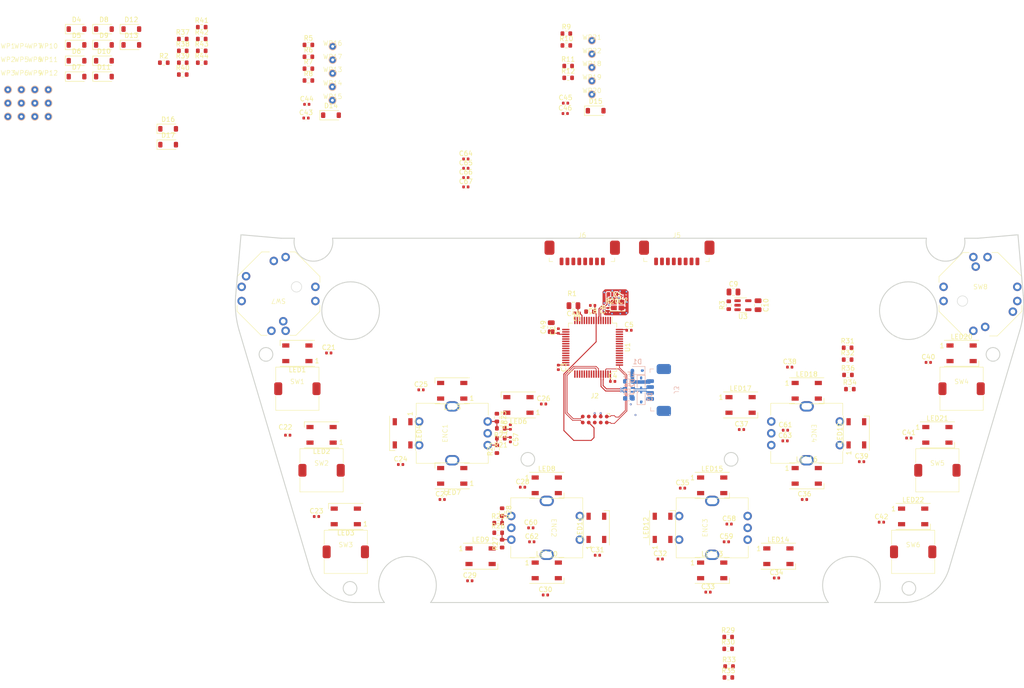
<source format=kicad_pcb>
(kicad_pcb (version 20221018) (generator pcbnew)
  (layers (0 "F.Cu" signal) (1 "In1.Cu" signal) (2 "In2.Cu" signal) (31 "B.Cu" signal) (34 "B.Paste" user) (35 "F.Paste" user) (36 "B.SilkS" user "B.Silkscreen") (37 "F.SilkS" user "F.Silkscreen") (38 "B.Mask" user) (39 "F.Mask" user) (44 "Edge.Cuts" user))
  (net 0 "")
  (net 1 "~")
  (net 2 "Net-(U1-PF0)")
  (net 3 "Net-(U1-PF1)")
  (net 4 "/~{nRST}")
  (net 5 "/EN1_B")
  (net 6 "/EN1_A")
  (net 7 "/EN2_B")
  (net 8 "/EN2_A")
  (net 9 "Net-(D1-A1)")
  (net 10 "Net-(D1-A2)")
  (net 11 "/D+")
  (net 12 "/D-")
  (net 13 "Net-(D4-K)")
  (net 14 "/ROW1")
  (net 15 "Net-(D5-K)")
  (net 16 "/ROW2")
  (net 17 "Net-(D6-K)")
  (net 18 "/ROW3")
  (net 19 "Net-(D7-K)")
  (net 20 "/ROW4")
  (net 21 "Net-(D8-K)")
  (net 22 "/ROW5")
  (net 23 "Net-(D9-K)")
  (net 24 "Net-(D10-K)")
  (net 25 "Net-(D11-K)")
  (net 26 "Net-(D12-K)")
  (net 27 "Net-(D13-K)")
  (net 28 "Net-(D14-K)")
  (net 29 "/ROW6")
  (net 30 "Net-(D15-K)")
  (net 31 "/SWDIO")
  (net 32 "/DBG_RX")
  (net 33 "/DBG_TX")
  (net 34 "/SWCLK")
  (net 35 "Net-(C7-Pad2)")
  (net 36 "/EN5_B")
  (net 37 "/EN5_A")
  (net 38 "/EN7_B")
  (net 39 "/EN7_A")
  (net 40 "/EN6_B")
  (net 41 "/EN3_A")
  (net 42 "/EN3_B")
  (net 43 "/EN4_A")
  (net 44 "/EN4_B")
  (net 45 "/LED_DOUT")
  (net 46 "Net-(LED1-DOUT)")
  (net 47 "/LED_DIN")
  (net 48 "Net-(LED2-DOUT)")
  (net 49 "Net-(LED3-DOUT)")
  (net 50 "Net-(LED4-DOUT)")
  (net 51 "Net-(LED5-DOUT)")
  (net 52 "Net-(LED6-DOUT)")
  (net 53 "Net-(LED7-DOUT)")
  (net 54 "Net-(LED8-DOUT)")
  (net 55 "Net-(LED10-DIN)")
  (net 56 "Net-(LED10-DOUT)")
  (net 57 "Net-(LED11-DOUT)")
  (net 58 "Net-(LED12-DOUT)")
  (net 59 "Net-(LED13-DOUT)")
  (net 60 "Net-(LED14-DOUT)")
  (net 61 "Net-(LED15-DOUT)")
  (net 62 "Net-(LED16-DOUT)")
  (net 63 "Net-(LED17-DOUT)")
  (net 64 "Net-(LED18-DOUT)")
  (net 65 "Net-(LED19-DOUT)")
  (net 66 "Net-(LED20-DOUT)")
  (net 67 "Net-(LED21-DOUT)")
  (net 68 "/BOOT")
  (net 69 "Net-(U3-EN)")
  (net 70 "Net-(R5-Pad2)")
  (net 71 "Net-(R6-Pad2)")
  (net 72 "Net-(R12-Pad2)")
  (net 73 "Net-(R10-Pad2)")
  (net 74 "/COL1")
  (net 75 "/COL2")
  (net 76 "/COL3")
  (net 77 "/COL4")
  (net 78 "/EN8_B")
  (net 79 "/EN6_A")
  (net 81 "/EN8_A")
  (net 82 "/NAV1_ENC_B")
  (net 84 "/NAV1_ENC_A")
  (net 85 "/NAV2_ENC_B")
  (net 89 "/SHIFT_DN")
  (net 90 "/SHIFT_UP")
  (net 91 "/CLUTCH_L")
  (net 92 "/CLUTCH_R")
  (net 93 "/NAV2_ENC_A")
  (net 94 "/USB_MCU_D-")
  (net 95 "/USB_MCU_D+")
  (net 96 "Net-(D16-K)")
  (net 97 "Net-(D17-K)")
  (net 98 "/ROW7")
  (net 100 "Net-(ENC1-A)")
  (net 101 "Net-(ENC1-B)")
  (net 102 "Net-(ENC2-A)")
  (net 103 "Net-(ENC2-B)")
  (net 104 "Net-(ENC3-A)")
  (net 105 "Net-(ENC3-B)")
  (net 106 "Net-(ENC4-A)")
  (net 107 "Net-(ENC4-B)")
  (net 108 "Net-(SW7-ENC_A)")
  (net 109 "Net-(SW7-ENC_B)")
  (net 110 "Net-(SW8-ENC_A)")
  (net 111 "Net-(SW8-ENC_B)")
  (net 116 "/+5V")
  (net 117 "/LEDs/+5V")
  (net 118 "/LEDs/+3.3V")
  (net 119 "/+3.3V")
  (footprint "Capacitor_SMD:C_0402_1005Metric" (layer "F.Cu") (at 102.600029 93.200009)
    (fp_text reference "C25")
    (fp_text value "100nF-CER-25V-0402")
  )
  (footprint "Capacitor_SMD:C_0402_1005Metric" (layer "F.Cu") (at 183.720029 116.400009)
    (fp_text reference "C36")
    (fp_text value "100nF-CER-25V-0402")
  )
  (footprint "Resistor_SMD:R_0603_1608Metric" (layer "F.Cu") (at 52.195029 23.991509)
    (fp_text reference "R39")
    (fp_text value "10kR-SMD-100mW-0603")
  )
  (footprint "Resistor_SMD:R_0603_1608Metric" (layer "F.Cu") (at 167.770029 151.720009)
    (fp_text reference "R33")
    (fp_text value "10kR-SMD-100mW-0603")
  )
  (footprint "Resistor_SMD:R_0603_1608Metric" (layer "F.Cu") (at 52.195029 18.971509)
    (fp_text reference "R37")
    (fp_text value "10kR-SMD-100mW-0603")
  )
  (footprint "LED_SMD:LED_WS2812B_PLCC4_5.0x5.0mm_P3.2mm" (layer "F.Cu") (at 153.7 122.4 90)
    (fp_text reference "LED12")
    (fp_text value "WS2812B")
  )
  (footprint "LED_SMD:LED_WS2812B_PLCC4_5.0x5.0mm_P3.2mm" (layer "F.Cu") (at 184.2 93.4)
    (fp_text reference "LED18")
    (fp_text value "WS2812B")
  )
  (footprint "Resistor_SMD:R_0603_1608Metric" (layer "F.Cu") (at 119.475029 101.350009 180)
    (fp_text reference "R22")
    (fp_text value "10kR-SMD-100mW-0603")
  )
  (footprint "Capacitor_SMD:C_0402_1005Metric" (layer "F.Cu") (at 153.200029 129.000009)
    (fp_text reference "C32")
    (fp_text value "100nF-CER-25V-0402")
  )
  (footprint "SWITCH-THT-FUNKY:RKJXT1F42001" (layer "F.Cu") (at 72.451403 72.913897 180)
    (fp_text reference "SW7")
    (fp_text value "~")
    (fp_circle (center -3.8 1.5) (end -2.7 1.5) (stroke (width 0.1)) (fill none) (layer "Edge.Cuts"))
  )
  (footprint "SWITCH-THT-ENC:PEC11H-4015F-S0016" (layer "F.Cu") (at 164.200029 122.400009 90)
    (fp_text reference "ENC3")
    (fp_text value "PEC11H-4015F-S0016")
  )
  (footprint "WIRE-POINT:WP 24AWG" (layer "F.Cu") (at 138.750029 25.000009)
    (fp_text reference "WP20")
    (fp_text value "~")
  )
  (footprint "Diode_SMD:D_SOD-123" (layer "F.Cu") (at 29.720029 16.881509)
    (fp_text reference "D4")
    (fp_text value "BAT43W-TP")
  )
  (footprint "Capacitor_SMD:C_0402_1005Metric" (layer "F.Cu") (at 78.430029 32.800009)
    (fp_text reference "C44")
    (fp_text value "100nF-CER-25V-0402")
  )
  (footprint "Resistor_SMD:R_0603_1608Metric" (layer "F.Cu") (at 133.725029 27.200009)
    (fp_text reference "R12")
    (fp_text value "10kR-SMD-100mW-0603")
  )
  (footprint "CONN-SMD-RECT:0532610871 8POS P1.25" (layer "F.Cu") (at 136.7 63.133439)
    (fp_text reference "J6")
    (fp_text value "0532610871")
  )
  (footprint "LED_SMD:LED_WS2812B_PLCC4_5.0x5.0mm_P3.2mm" (layer "F.Cu") (at 76.437816 85.467802 180)
    (fp_text reference "LED1")
    (fp_text value "WS2812B")
  )
  (footprint "Diode_SMD:D_SOD-123" (layer "F.Cu") (at 83.550029 35.100009)
    (fp_text reference "D14")
    (fp_text value "BAT43W-TP")
  )
  (footprint "WIRE-POINT:WP 24AWG" (layer "F.Cu") (at 138.750029 27.850009)
    (fp_text reference "WP21")
    (fp_text value "~")
  )
  (footprint "Resistor_SMD:R_0603_1608Metric" (layer "F.Cu") (at 56.205029 16.461509)
    (fp_text reference "R41")
    (fp_text value "10kR-SMD-100mW-0603")
  )
  (footprint "LED_SMD:LED_WS2812B_PLCC4_5.0x5.0mm_P3.2mm" (layer "F.Cu") (at 164.2 113.4)
    (fp_text reference "LED15")
    (fp_text value "WS2812B")
  )
  (footprint "LED_SMD:LED_WS2812B_PLCC4_5.0x5.0mm_P3.2mm" (layer "F.Cu") (at 178.2 128.4)
    (fp_text reference "LED14")
    (fp_text value "WS2812B")
  )
  (footprint "Capacitor_SMD:C_0402_1005Metric" (layer "F.Cu") (at 138.900029 75.350009 180)
    (fp_text reference "C8")
    (fp_text value "100nF-CER-25V-0402")
  )
  (footprint "WIRE-POINT:WP 24AWG" (layer "F.Cu") (at 20.900029 29.700009)
    (fp_text reference "WP7")
    (fp_text value "~")
  )
  (footprint "SWITCH-THT-ENC:PEC11H-4015F-S0016" (layer "F.Cu") (at 109.199971 102.400009 90)
    (fp_text reference "ENC1")
    (fp_text value "PEC11H-4015F-S0016")
  )
  (footprint "Capacitor_SMD:C_0402_1005Metric" (layer "F.Cu") (at 209.920029 87.400009)
    (fp_text reference "C40")
    (fp_text value "100nF-CER-25V-0402")
  )
  (footprint "Resistor_SMD:R_0603_1608Metric" (layer "F.Cu") (at 48.185029 23.991509)
    (fp_text reference "R2")
    (fp_text value "10kR-SMD-100mW-0603")
  )
  (footprint "Diode_SMD:D_SOD-123" (layer "F.Cu") (at 29.720029 26.931509)
    (fp_text reference "D7")
    (fp_text value "BAT43W-TP")
  )
  (footprint "LED_SMD:LED_WS2812B_PLCC4_5.0x5.0mm_P3.2mm" (layer "F.Cu") (at 98.7 102.4 -90)
    (fp_text reference "LED4")
    (fp_text value "WS2812B")
  )
  (footprint "Capacitor_SMD:C_0402_1005Metric" (layer "F.Cu") (at 180.600029 88.400009)
    (fp_text reference "C38")
    (fp_text value "100nF-CER-25V-0402")
  )
  (footprint "Capacitor_SMD:C_0402_1005Metric" (layer "F.Cu") (at 78.270029 35.700009)
    (fp_text reference "C43")
    (fp_text value "100nF-CER-25V-0402")
  )
  (footprint "Capacitor_SMD:C_0402_1005Metric" (layer "F.Cu") (at 167.780029 121.600009)
    (fp_text reference "C58")
    (fp_text value "100nF-CER-25V-0402")
  )
  (footprint "Package_TO_SOT_SMD:SOT-23-5" (layer "F.Cu") (at 170.700029 75.300009)
    (fp_text reference "U3")
    (fp_text value "AP2112K-3.3")
  )
  (footprint "WIRE-POINT:WP 24AWG" (layer "F.Cu") (at 138.750029 30.700009)
    (fp_text reference "WP22")
    (fp_text value "~")
  )
  (footprint "Diode_SMD:D_SOD-123" (layer "F.Cu") (at 35.515029 16.881509)
    (fp_text reference "D8")
    (fp_text value "BAT43W-TP")
  )
  (footprint "Capacitor_SMD:C_0402_1005Metric" (layer "F.Cu") (at 112.080029 44.360009)
    (fp_text reference "C64")
    (fp_text value "100nF-CER-25V-0402")
  )
  (footprint "Capacitor_SMD:C_0201_0603Metric" (layer "F.Cu") (at 142.157529 76.205009 90)
    (fp_text reference "C6")
    (fp_text value "~")
  )
  (footprint "Capacitor_SMD:C_0402_1005Metric" (layer "F.Cu") (at 121.500029 103.730009 -90)
    (fp_text reference "C57")
    (fp_text value "100nF-CER-25V-0402")
  )
  (footprint "Capacitor_SMD:C_0402_1005Metric" (layer "F.Cu") (at 167.200029 125.350009)
    (fp_text reference "C59")
    (fp_text value "100nF-CER-25V-0402")
  )
  (footprint "Resistor_SMD:R_0603_1608Metric" (layer "F.Cu") (at 143.057529 73.005009 180)
    (fp_text reference "R20")
    (fp_text value "r=663")
  )
  (footprint "SWITCH-SMD-TACTILE:SKSTAJE010" (layer "F.Cu") (at 76.437816 92.967802)
    (fp_text reference "SW1")
    (fp_text value "SKSTAJE010")
  )
  (footprint "WIRE-POINT:WP 24AWG" (layer "F.Cu") (at 18.050029 35.400009)
    (fp_text reference "WP6")
    (fp_text value "~")
  )
  (footprint "Capacitor_SMD:C_0402_1005Metric" (layer "F.Cu") (at 135.650029 76.950009 180)
    (fp_text reference "C1")
    (fp_text value "100nF-CER-25V-0402")
  )
  (footprint "Resistor_SMD:R_0603_1608Metric" (layer "F.Cu") (at 118.650029 99.075009 -90)
    (fp_text reference "R23")
    (fp_text value "10kR-SMD-100mW-0603")
  )
  (footprint "Capacitor_SMD:C_0402_1005Metric" (layer "F.Cu") (at 205.800029 103.400009)
    (fp_text reference "C41")
    (fp_text value "100nF-CER-25V-0402")
  )
  (footprint "LED_SMD:LED_WS2812B_PLCC4_5.0x5.0mm_P3.2mm" (layer "F.Cu") (at 139.7 122.4 90)
    (fp_text reference "LED11")
    (fp_text value "WS2812B")
  )
  (footprint "SWITCH-SMD-TACTILE:SKSTAJE010" (layer "F.Cu") (at 206.716889 127.479162)
    (fp_text reference "SW6")
    (fp_text value "SKSTAJE010")
  )
  (footprint "Resistor_SMD:R_0603_1608Metric" (layer "F.Cu") (at 118.9256 123.439639)
    (fp_text reference "R26")
    (fp_text value "10kR-SMD-100mW-0603")
  )
  (footprint "Resistor_SMD:R_0603_1608Metric" (layer "F.Cu") (at 119.7506 119.084039 -90)
    (fp_text reference "R28")
    (fp_text value "10kR-SMD-100mW-0603")
  )
  (footprint "Capacitor_SMD:C_0402_1005Metric" (layer "F.Cu") (at 133.110029 34.750009)
    (fp_text reference "C46")
    (fp_text value "100nF-CER-25V-0402")
  )
  (footprint "Capacitor_SMD:C_0402_1005Metric" (layer "F.Cu") (at 112.080029 46.330009)
    (fp_text reference "C65")
    (fp_text value "100nF-CER-25V-0402")
  )
  (footprint "Capacitor_SMD:C_0402_1005Metric" (layer "F.Cu") (at 195.800029 108.400009)
    (fp_text reference "C39")
    (fp_text value "100nF-CER-25V-0402")
  )
  (footprint "WIRE-POINT:WP 24AWG" (layer "F.Cu") (at 23.750029 35.400009)
    (fp_text reference "WP12")
    (fp_text value "~")
  )
  (footprint "WIRE-POINT:WP 24AWG" (layer "F.Cu") (at 20.900029 35.400009)
    (fp_text reference "WP9")
    (fp_text value "~")
  )
  (footprint "Resistor_SMD:R_0603_1608Metric" (layer "F.Cu") (at 56.205029 18.971509)
    (fp_text reference "R42")
    (fp_text value "10kR-SMD-100mW-0603")
  )
  (footprint "Diode_SMD:D_SOD-123" (layer "F.Cu") (at 35.515029 23.581509)
    (fp_text reference "D10")
    (fp_text value "BAT43W-TP")
  )
  (footprint "Resistor_SMD:R_0603_1608Metric" (layer "F.Cu") (at 133.345029 17.830009)
    (fp_text reference "R9")
    (fp_text value "10kR-SMD-100mW-0603")
  )
  (footprint "Capacitor_SMD:C_0402_1005Metric" (layer "F.Cu") (at 125.830029 122.400009)
    (fp_text reference "C60")
    (fp_text value "100nF-CER-25V-0402")
  )
  (footprint "CONN-SMD-RECT:0532610871 8POS P1.25" (layer "F.Cu") (at 156.7 63.133439)
    (fp_text reference "J5")
    (fp_text value "0532610871")
  )
  (footprint "Resistor_SMD:R_0603_1608Metric" (layer "F.Cu") (at 133.345029 20.340009)
    (fp_text reference "R10")
    (fp_text value "10kR-SMD-100mW-0603")
  )
  (footprint "LED_SMD:LED_WS2812B_PLCC4_5.0x5.0mm_P3.2mm" (layer "F.Cu") (at 129.2 131.4)
    (fp_text reference "LED10")
    (fp_text value "WS2812B")
  )
  (footprint "Capacitor_SMD:C_0805_2012Metric" (layer "F.Cu") (at 130.150029 79.950009 90)
    (fp_text reference "C49")
    (fp_text value "c=1u")
  )
  (footprint "Resistor_SMD:R_0603_1608Metric" (layer "F.Cu") (at 119.475029 103.450009 180)
    (fp_text reference "R21")
    (fp_text value "10kR-SMD-100mW-0603")
  )
  (footprint "LED_SMD:LED_WS2812B_PLCC4_5.0x5.0mm_P3.2mm" (layer "F.Cu") (at 86.683111 119.979162 180)
    (fp_text reference "LED3")
    (fp_text value "WS2812B")
  )
  (footprint "Capacitor_SMD:C_0402_1005Metric" (layer "F.Cu") (at 139.920029 128.200009)
    (fp_text reference "C31")
    (fp_text value "100nF-CER-25V-0402")
  )
  (footprint "Resistor_SMD:R_0603_1608Metric" (layer "F.Cu") (at 133.725029 24.690009)
    (fp_text reference "R11")
    (fp_text value "10kR-SMD-100mW-0603")
  )
  (footprint "LED_SMD:LED_WS2812B_PLCC4_5.0x5.0mm_P3.2mm" (layer "F.Cu") (at 164.2 131.4)
    (fp_text reference "LED13")
    (fp_text value "WS2812B")
  )
  (footprint "WIRE-POINT:WP 24AWG" (layer "F.Cu") (at 23.750029 29.700009)
    (fp_text reference "WP10")
    (fp_text value "~")
  )
  (footprint "Resistor_SMD:R_0603_1608Metric" (layer "F.Cu") (at 167.575029 148.000009)
    (fp_text reference "R30")
    (fp_text value "10kR-SMD-100mW-0603")
  )
  (footprint "Resistor_SMD:R_0603_1608Metric" (layer "F.Cu") (at 192.850029 86.810009)
    (fp_text reference "R32")
    (fp_text value "10kR-SMD-100mW-0603")
  )
  (footprint "Package_QFP:LQFP-64_10x10mm_P0.5mm" (layer "F.Cu") (at 138.900029 84.200009 -90)
    (fp_text reference "U1")
    (fp_text value "STM32F303RETx")
  )
  (footprint "Capacitor_SMD:C_0402_1005Metric" (layer "F.Cu") (at 177.800029 133.000009)
    (fp_text reference "C34")
    (fp_text value "100nF-CER-25V-0402")
  )
  (footprint "LED_SMD:LED_WS2812B_PLCC4_5.0x5.0mm_P3.2mm" (layer "F.Cu") (at 115.2 128.4)
    (fp_text reference "LED9")
    (fp_text value "WS2812B")
  )
  (footprint "Resistor_SMD:R_0603_1608Metric" (layer "F.Cu") (at 78.775029 20.230009)
    (fp_text reference "R5")
    (fp_text value "10kR-SMD-100mW-0603")
  )
  (footprint "WIRE-POINT:WP 24AWG" (layer "F.Cu") (at 83.850029 29.100009)
    (fp_text reference "WP16")
    (fp_text value "~")
  )
  (footprint "Resistor_SMD:R_0603_1608Metric" (layer "F.Cu") (at 167.575029 145.490009)
    (fp_text reference "R29")
    (fp_text value "10kR-SMD-100mW-0603")
  )
  (footprint "Capacitor_SMD:C_0402_1005Metric" (layer "F.Cu") (at 98.280029 109.000009)
    (fp_text reference "C24")
    (fp_text value "100nF-CER-25V-0402")
  )
  (footprint "SWITCH-SMD-TACTILE:SKSTAJE010" (layer "F.Cu") (at 211.839537 110.223482)
    (fp_text reference "SW5")
    (fp_text value "SKSTAJE010")
  )
  (footprint "Capacitor_SMD:C_0402_1005Metric" (layer "F.Cu") (at 170.400029 101.600009)
    (fp_text reference "C37")
    (fp_text value "100nF-CER-25V-0402")
  )
  (footprint "Resistor_SMD:R_0603_1608Metric" (layer "F.Cu") (at 118.9256 121.382239)
    (fp_text reference "R25")
    (fp_text value "10kR-SMD-100mW-0603")
  )
  (footprint "LED_SMD:LED_WS2812B_PLCC4_5.0x5.0mm_P3.2mm" (layer "F.Cu") (at 170.2 96.4)
    (fp_text reference "LED17")
    (fp_text value "WS2812B")
  )
  (footprint "Connector:Tag-Connect_TC2050-IDC-FP_2x05_P1.27mm_Vertical" (layer "F.Cu") (at 139.350029 99.485009 180)
    (fp_text reference "J2")
    (fp_text value "TC2050")
  )
  (footprint "LED_SMD:LED_WS2812B_PLCC4_5.0x5.0mm_P3.2mm" (layer "F.Cu") (at 211.839537 102.723482)
    (fp_text reference "LED21")
    (fp_text value "WS2812B")
  )
  (footprint "Diode_SMD:D_SOD-123" (layer "F.Cu") (at 41.310029 16.881509)
    (fp_text reference "D12")
    (fp_text value "BAT43W-TP")
  )
  (footprint "LED_SMD:LED_WS2812B_PLCC4_5.0x5.0mm_P3.2mm" (layer "F.Cu") (at 206.716889 119.979162)
    (fp_text reference "LED22")
    (fp_text value "WS2812B")
  )
  (footprint "WIRE-POINT:WP 24AWG" (layer "F.Cu") (at 83.900029 23.400009)
    (fp_text reference "WP14")
    (fp_text value "~")
  )
  (footprint "Resistor_SMD:R_0603_1608Metric" (layer "F.Cu") (at 138.350029 76.650009)
    (fp_text reference "R1")
    (fp_text value "100kR-SMD-100mW-0603")
  )
  (footprint "SWITCH-THT-ENC:PEC11H-4015F-S0016" (layer "F.Cu") (at 129.199971 122.400009 -90)
    (fp_text reference "ENC2")
    (fp_text value "PEC11H-4015F-S0016")
  )
  (footprint "Capacitor_SMD:C_0402_1005Metric" (layer "F.Cu") (at 179.620029 104.000009)
    (fp_text reference "C63")
    (fp_text value "100nF-CER-25V-0402")
  )
  (footprint "Diode_SMD:D_SOD-123" (layer "F.Cu") (at 49.100029 37.981509)
    (fp_text reference "D16")
    (fp_text value "BAT43W-TP")
  )
  (footprint "Diode_SMD:D_SOD-123" (layer "F.Cu") (at 35.515029 20.231509)
    (fp_text reference "D9")
    (fp_text value "BAT43W-TP")
  )
  (footprint "Diode_SMD:D_SOD-123" (layer "F.Cu") (at 29.720029 20.231509)
    (fp_text reference "D5")
    (fp_text value "BAT43W-TP")
  )
  (footprint "Capacitor_SMD:C_0402_1005Metric" (layer "F.Cu") (at 128.520029 96.200009)
    (fp_text reference "C26")
    (fp_text value "100nF-CER-25V-0402")
  )
  (footprint "SWITCH-THT-FUNKY:RKJXT1F42001" (layer "F.Cu") (at 220.948597 72.913897)
    (fp_text reference "SW8")
    (fp_text value "~")
    (fp_circle (center -3.8 1.5) (end -2.7 1.5) (stroke (width 0.1)) (fill none) (layer "Edge.Cuts"))
  )
  (footprint "SWITCH-SMD-TACTILE:SKSTAJE010" (layer "F.Cu") (at 216.962184 92.967802)
    (fp_text reference "SW4")
    (fp_text value "SKSTAJE010")
  )
  (footprint "Capacitor_SMD:C_0402_1005Metric" (layer "F.Cu") (at 128.920029 136.600009)
    (fp_text reference "C30")
    (fp_text value "100nF-CER-25V-0402")
  )
  (footprint "Resistor_SMD:R_0603_1608Metric" (layer "F.Cu") (at 192.925029 90.050009)
    (fp_text reference "R36")
    (fp_text value "10kR-SMD-100mW-0603")
  )
  (footprint "Capacitor_SMD:C_0402_1005Metric" (layer "F.Cu") (at 163.320029 136.000009)
    (fp_text reference "C33")
    (fp_text value "100nF-CER-25V-0402")
  )
  (footprint "Capacitor_SMD:C_0805_2012Metric" (layer "F.Cu") (at 168.700029 72.500009)
    (fp_text reference "C9")
    (fp_text value "10uF-CER-25V-0805")
  )
  (footprint "LED_SMD:LED_WS2812B_PLCC4_5.0x5.0mm_P3.2mm" (layer "F.Cu") (at 81.560463 102.723482 180)
    (fp_text reference "LED2")
    (fp_text value "WS2812B")
  )
  (footprint "Resistor_SMD:R_0603_1608Metric" (layer "F.Cu") (at 78.775029 27.760009)
    (fp_text reference "R8")
    (fp_text value "10kR-SMD-100mW-0603")
  )
  (footprint "Resistor_SMD:R_0603_1608Metric" (layer "F.Cu") (at 56.205029 21.481509)
    (fp_text reference "R43")
    (fp_text value "10kR-SMD-100mW-0603")
  )
  (footprint "Diode_SMD:D_SOD-123" (layer "F.Cu") (at 29.720029 23.581509)
    (fp_text reference "D6")
    (fp_text value "BAT43W-TP")
  )
  (footprint "WIRE-POINT:WP 24AWG" (layer "F.Cu") (at 23.750029 32.550009)
    (fp_text reference "WP11")
    (fp_text value "~")
  )
  (footprint "Diode_SMD:D_SOD-123" (layer "F.Cu") (at 35.515029 26.931509)
    (fp_text reference "D11")
    (fp_text value "BAT43W-TP")
  )
  (footprint "LED_SMD:LED_WS2812B_PLCC4_5.0x5.0mm_P3.2mm" (layer "F.Cu") (at 109.2 93.4 180)
    (fp_text reference "LED5")
    (fp_text value "WS2812B")
  )
  (footprint "Capacitor_SMD:C_0402_1005Metric" (layer "F.Cu") (at 112.920029 133.600009)
    (fp_text reference "C29")
    (fp_text value "100nF-CER-25V-0402")
  )
  (footprint "Resistor_SMD:R_0603_1608Metric" (layer "F.Cu") (at 167.625029 154.050009)
    (fp_text reference "R35")
    (fp_text value "10kR-SMD-100mW-0603")
  )
  (footprint "Capacitor_SMD:C_0402_1005Metric" (layer "F.Cu") (at 133.170029 32.550009)
    (fp_text reference "C45")
    (fp_text value "100nF-CER-25V-0402")
  )
  (footprint "Diode_SMD:D_SOD-123" (layer "F.Cu") (at 41.310029 20.231509)
    (fp_text reference "D13")
    (fp_text value "BAT43W-TP")
  )
  (footprint "Capacitor_SMD:C_0402_1005Metric" (layer "F.Cu") (at 179.690029 101.750009)
    (fp_text reference "C61")
    (fp_text value "100nF-CER-25V-0402")
  )
  (footprint "Capacitor_SMD:C_0402_1005Metric" (layer "F.Cu") (at 112.080029 48.300009)
    (fp_text reference "C66")
    (fp_text value "100nF-CER-25V-0402")
  )
  (footprint "Capacitor_SMD:C_0402_1005Metric" (layer "F.Cu") (at 121.500029 101.070009 90)
    (fp_text reference "C56")
    (fp_text value "100nF-CER-25V-0402")
  )
  (footprint "Capacitor_SMD:C_0402_1005Metric" (layer "F.Cu") (at 112.080029 50.270009)
    (fp_text reference "C67")
    (fp_text value "100nF-CER-25V-0402")
  )
  (footprint "WIRE-POINT:WP 24AWG" (layer "F.Cu") (at 138.750029 22.150009)
    (fp_text reference "WP19")
    (fp_text value "~")
  )
  (footprint "Capacitor_SMD:C_0402_1005Metric" (layer "F.Cu") (at 131.650029 88.450009 -90)
    (fp_text reference "C3")
    (fp_text value "100nF-CER-25V-0402")
  )
  (footprint "WIRE-POINT:WP 24AWG" (layer "F.Cu") (at 138.750029 19.300009)
    (fp_text reference "WP18")
    (fp_text value "~")
  )
  (footprint "Resistor_SMD:R_0603_1608Metric" (layer "F.Cu") (at 118.650029 105.750009 90)
    (fp_text reference "R24")
    (fp_text value "10kR-SMD-100mW-0603")
  )
  (footprint "Capacitor_SMD:C_0402_1005Metric" (layer "F.Cu") (at 80.480029 120.000009)
    (fp_text reference "C23")
    (fp_text value "100nF-CER-25V-0402")
  )
  (footprint "SWITCH-SMD-TACTILE:SKSTAJE010" (layer "F.Cu") (at 81.560463 110.223482)
    (fp_text reference "SW2")
    (fp_text value "SKSTAJE010")
  )
  (footprint "Resistor_SMD:R_0603_1608Metric" (layer "F.Cu") (at 78.775029 22.740009)
    (fp_text reference "R6")
    (fp_text value "10kR-SMD-100mW-0603")
  )
  (footprint "Capacitor_SMD:C_0402_1005Metric" (layer "F.Cu") (at 131.650029 80.750009 90)
    (fp_text reference "C2")
    (fp_text value "100nF-CER-25V-0402")
  )
  (footprint "Capacitor_SMD:C_0402_1005Metric" (layer "F.Cu") (at 143.1414 91.420009)
    (fp_text reference "C4")
    (fp_text value "100nF-CER-25V-0402")
  )
  (footprint "LED_SMD:LED_WS2812B_PLCC4_5.0x5.0mm_P3.2mm" (layer "F.Cu") (at 109.2 111.4 180)
    (fp_text reference "LED7")
    (fp_text value "WS2812B")
  )
  (footprint "Diode_SMD:D_SOD-123" (layer "F.Cu") (at 49.100029 41.331509)
    (fp_text reference "D17")
    (fp_text value "BAT43W-TP")
  )
  (footprint "WIRE-POINT:WP 24AWG" (layer "F.Cu") (at 18.050029 29.700009)
    (fp_text reference "WP4")
    (fp_text value "~")
  )
  (footprint "Capacitor_SMD:C_0201_0603Metric" (layer "F.Cu") (at 145.352529 73.405009 180)
    (fp_text reference "C7")
    (fp_text value "~")
  )
  (footprint "LED_SMD:LED_WS2812B_PLCC4_5.0x5.0mm_P3.2mm" (layer "F.Cu") (at 184.2 111.4)
    (fp_text reference "LED16")
    (fp_text value "WS2812B")
  )
  (footprint "Capacitor_SMD:C_0402_1005Metric" (layer "F.Cu") (at 74.400029 102.800009)
    (fp_text reference "C22")
    (fp_text value "100nF-CER-25V-0402")
  )
  (footprint "Capacitor_SMD:C_0402_1005Metric" (layer "F.Cu") (at 83.080029 85.400009)
    (fp_text reference "C21")
    (fp_text value "100nF-CER-25V-0402")
  )
  (footprint "WIRE-POINT:WP 24AWG" (layer "F.Cu") (at 83.850029 31.950009)
    (fp_text reference "WP17")
    (fp_text value "~")
  )
  (footprint "Capacitor_SMD:C_0805_2012Metric" (layer "F.Cu") (at 134.850029 75.400009 180)
    (fp_text reference "C48")
    (fp_text value "c=1u")
  )
  (footprint "WIRE-POINT:WP 24AWG" (layer "F.Cu") (at 18.050029 32.550009)
    (fp_text reference "WP5")
    (fp_text value "~")
  )
  (footprint "Capacitor_SMD:C_0402_1005Metric" (layer "F.Cu") (at 126.030029 125.350009)
    (fp_text reference "C62")
    (fp_text value "100nF-CER-25V-0402")
  )
  (footprint "Capacitor_SMD:C_0402_1005Metric" (layer "F.Cu") (at 200.000029 121.200009)
    (fp_text reference "C42")
    (fp_text value "100nF-CER-25V-0402")
  )
  (footprint "Capacitor_SMD:C_0805_2012Metric" (layer "F.Cu") (at 173.900029 75.300009 -90)
    (fp_text reference "C10")
    (fp_text value "10uF-CER-25V-0805")
  )
  (footprint "LED_SMD:LED_WS2812B_PLCC4_5.0x5.0mm_P3.2mm" (layer "F.Cu") (at 129.2 113.4)
    (fp_text reference "LED8")
    (fp_text value "WS2812B")
  )
  (footprint "Resistor_SMD:R_0603_1608Metric" (layer "F.Cu") (at 52.195029 26.501509)
    (fp_text reference "R40")
    (fp_text value "10kR-SMD-100mW-0603")
  )
  (footprint "Capacitor_SMD:C_0402_1005Metric" (layer "F.Cu") (at 107.080029 116.400009)
    (fp_text reference "C27")
    (fp_text value "100nF-CER-25V-0402")
  )
  (footprint "WIRE-POINT:WP 24AWG" (layer "F.Cu") (at 20.900029 32.550009)
    (fp_text reference "WP8")
    (fp_text value "~")
  )
  (footprint "WIRE-POINT:WP 24AWG" (layer "F.Cu") (at 83.900029 20.550009)
    (fp_text reference "WP13")
    (fp_text value "~")
  )
  (footprint "Diode_SMD:D_SOD-123" (layer "F.Cu") (at 139.550029 34.150009)
    (fp_text reference "D15")
    (fp_text value "BAT43W-TP")
  )
  (footprint "Resistor_SMD:R_0603_1608Metric" (layer "F.Cu") (at 52.195029 21.481509)
    (fp_text reference "R38")
    (fp_text value "10kR-SMD-100mW-0603")
  )
  (footprint "SWITCH-SMD-TACTILE:SKSTAJE010" (layer "F.Cu") (at 86.683111 127.479162)
    (fp_text reference "SW3")
    (fp_text value "SKSTAJE010")
  )
  (footprint "WIRE-POINT:WP 24AWG" (layer "F.Cu") (at 15.200029 29.700009)
    (fp_text reference "WP1")
    (fp_text value "~")
  )
  (footprint "Resistor_SMD:R_0603_1608Metric" (layer "F.Cu") (at 167.700029 75.300009 -90)
    (fp_text reference "R3")
    (fp_text value "100kR-SMD-100mW-0603")
  )
  (footprint "WIRE-POINT:WP 24AWG" (layer "F.Cu") (at 83.900029 26.250009)
    (fp_text reference "WP15")
    (fp_text value "~")
  )
  (footprint "WIRE-POINT:WP 24AWG" (layer "F.Cu") (at 15.200029 32.550009)
    (fp_text reference "WP2")
    (fp_text value "~")
  )
  (footprint "Capacitor_SMD:C_0402_1005Metric" (layer "F.Cu") (at 146.600029 80.600009)
    (fp_text reference "C5")
    (fp_text value "100nF-CER-25V-0402")
  )
  (footprint "WIRE-POINT:WP 24AWG" (layer "F.Cu") (at 15.200029 35.400009)
    (fp_text reference "WP3")
    (fp_text value "~")
  )
  (footprint "Resistor_SMD:R_0603_1608Metric" (layer "F.Cu") (at 193.325029 93.050009)
    (fp_text reference "R34")
    (fp_text value "10kR-SMD-100mW-0603")
  )
  (footprint "LED_SMD:LED_WS2812B_PLCC4_5.0x5.0mm_P3.2mm" (layer "F.Cu") (at 216.962184 85.467802)
    (fp_text reference "LED20")
    (fp_text value "WS2812B")
  )
  (footprint "Crystal:Crystal_SMD_EuroQuartz_X22-4Pin_2.5x2.0mm" (layer "F.Cu") (at 144.207529 75.250009)
    (fp_text reference "X1")
    (fp_text value "32MHz")
  )
  (footprint "Capacitor_SMD:C_0402_1005Metric" (layer "F.Cu") (at 157.920029 114.000009)
    (fp_text reference "C35")
    (fp_text value "100nF-CER-25V-0402")
  )
  (footprint "LED_SMD:LED_WS2812B_PLCC4_5.0x5.0mm_P3.2mm" (layer "F.Cu") (at 194.7 102.4 90)
    (fp_text reference "LED19")
    (fp_text value "WS2812B")
  )
  (footprint "Resistor_SMD:R_0603_1608Metric" (layer "F.Cu") (at 78.775029 25.250009)
    (fp_text reference "R7")
    (fp_text value "10kR-SMD-100mW-0603")
  )
  (footprint "SWITCH-THT-ENC:PEC11H-4015F-S0016" (layer "F.Cu") (at 184.200029 102.400009 -90)
    (fp_text reference "ENC4")
    (fp_text value "PEC11H-4015F-S0016")
  )
  (footprint "LED_SMD:LED_WS2812B_PLCC4_5.0x5.0mm_P3.2mm" (layer "F.Cu") (at 123.2 96.4 180)
    (fp_text reference "LED6")
    (fp_text value "WS2812B")
  )
  (footprint "Resistor_SMD:R_0603_1608Metric" (layer "F.Cu") (at 119.7506 125.737839 90)
    (fp_text reference "R27")
    (fp_text value "10kR-SMD-100mW-0603")
  )
  (footprint "Resistor_SMD:R_0603_1608Metric" (layer "F.Cu") (at 56.205029 23.991509)
    (fp_text reference "R44")
    (fp_text value "10kR-SMD-100mW-0603")
  )
  (footprint "Resistor_SMD:R_0603_1608Metric" (layer "F.Cu") (at 192.850029 84.300009)
    (fp_text reference "R31")
    (fp_text value "10kR-SMD-100mW-0603")
  )
  (footprint "Capacitor_SMD:C_0402_1005Metric" (layer "F.Cu") (at 124.080029 113.800009)
    (fp_text reference "C28")
    (fp_text value "100nF-CER-25V-0402")
  )
  (footprint "Inductor_SMD:L_0603_1608Metric" (layer "B.Cu") (at 146.5688 91.409439 180)
    (fp_text reference "LF1")
    (fp_text value "MPZ1608S601ATA00")
  )
  (footprint "Diode_SMD:D_SOD-323" (layer "B.Cu") (at 148.3688 89.109439 180)
    (fp_text reference "D1")
    (fp_text value "DESD5V0U1BA-7")
  )
  (footprint "Diode_SMD:D_SOD-323" (layer "B.Cu") (at 149.1688 94.70941 90)
    (fp_text reference "D3")
    (fp_text value "DESD5V0U1BA-7")
  )
  (footprint "Diode_SMD:D_SOD-323" (layer "B.Cu") (at 149.1688 91.75941 -90)
    (fp_text reference "D2")
    (fp_text value "DESD5V0U1BA-7")
  )
  (footprint "CONN-SMD-RECT:0532610471 4POS P1.25" (layer "B.Cu") (at 153.9688 93.234439 90)
    (fp_text reference "J3")
    (fp_text value "0532610471")
  )
  (footprint "IND-SMD-CHOKE:FIL_DLW21HN900SQ2L" (layer "B.Cu") (at 146.5688 93.209439 180)
    (fp_text reference "L1")
    (fp_text value "DLW21HN900SQ2L")
  )
  (footprint "Inductor_SMD:L_0603_1608Metric" (layer "B.Cu") (at 146.5688 95.009439 180)
    (fp_text reference "LF2")
    (fp_text value "MPZ1608S601ATA00")
  )
  (gr_line (start 230.012315 73.267461) (end 228.885912 60.392615) (stroke (width 0.2)) (layer "Edge.Cuts"))
  (gr_circle (center 87.583945 135.2) (end 89.033945 135.2) (stroke (width 0.2)) (fill none) (layer "Edge.Cuts"))
  (gr_arc (start 214.316055 131.045915) (mid 210.710405 136.214336) (end 204.729567 138.2) (stroke (width 0.2)) (layer "Edge.Cuts"))
  (gr_line (start 88.670433 138.2) (end 94.844607 138.2) (stroke (width 0.2)) (layer "Edge.Cuts"))
  (gr_arc (start 188.770337 138.2) (mid 193.662865 128.456764) (end 198.555393 138.2) (stroke (width 0.2)) (layer "Edge.Cuts"))
  (gr_line (start 75.811775 61.133439) (end 72.981743 61.133439) (stroke (width 0.2)) (layer "Edge.Cuts"))
  (gr_circle (center 125.2 107.9) (end 126.65 107.9) (stroke (width 0.2)) (fill none) (layer "Edge.Cuts"))
  (gr_arc (start 88.670433 138.2) (mid 82.689595 136.214336) (end 79.083945 131.045915) (stroke (width 0.2)) (layer "Edge.Cuts"))
  (gr_line (start 220.418257 61.133439) (end 217.588225 61.133439) (stroke (width 0.2)) (layer "Edge.Cuts"))
  (gr_arc (start 94.844607 138.2) (mid 99.737135 128.456764) (end 104.629663 138.2) (stroke (width 0.2)) (layer "Edge.Cuts"))
  (gr_arc (start 83.872996 61.133439) (mid 79.842385 65.98456) (end 75.811775 61.133439) (stroke (width 0.2)) (layer "Edge.Cuts"))
  (gr_circle (center 223.604523 85.702407) (end 225.054523 85.702407) (stroke (width 0.2)) (fill none) (layer "Edge.Cuts"))
  (gr_circle (center 205.816055 135.2) (end 207.266055 135.2) (stroke (width 0.2)) (fill none) (layer "Edge.Cuts"))
  (gr_arc (start 230.012315 73.267461) (mid 229.987179 77.020315) (end 229.261398 80.702407) (stroke (width 0.2)) (layer "Edge.Cuts"))
  (gr_arc (start 217.588225 61.133439) (mid 213.557615 65.984559) (end 209.527004 61.133439) (stroke (width 0.2)) (layer "Edge.Cuts"))
  (gr_line (start 214.316055 131.045915) (end 229.261398 80.702407) (stroke (width 0.2)) (layer "Edge.Cuts"))
  (gr_line (start 198.555393 138.2) (end 204.729567 138.2) (stroke (width 0.2)) (layer "Edge.Cuts"))
  (gr_line (start 228.885912 60.392615) (end 220.418257 61.133439) (stroke (width 0.2)) (layer "Edge.Cuts"))
  (gr_circle (center 168.2 107.9) (end 169.65 107.9) (stroke (width 0.2)) (fill none) (layer "Edge.Cuts"))
  (gr_line (start 104.629663 138.2) (end 188.770337 138.2) (stroke (width 0.2)) (layer "Edge.Cuts"))
  (gr_line (start 64.138602 80.702407) (end 79.083945 131.045915) (stroke (width 0.2)) (layer "Edge.Cuts"))
  (gr_circle (center 69.795477 85.702407) (end 71.245477 85.702407) (stroke (width 0.2)) (fill none) (layer "Edge.Cuts"))
  (gr_arc (start 64.138602 80.702407) (mid 63.412812 77.020317) (end 63.387685 73.267461) (stroke (width 0.2)) (layer "Edge.Cuts"))
  (gr_line (start 72.981743 61.133439) (end 64.514088 60.392615) (stroke (width 0.2)) (layer "Edge.Cuts"))
  (gr_circle (center 205.697171 76.450067) (end 211.797171 76.450067) (stroke (width 0.2)) (fill none) (layer "Edge.Cuts"))
  (gr_line (start 209.527004 61.133439) (end 83.872996 61.133439) (stroke (width 0.2)) (layer "Edge.Cuts"))
  (gr_line (start 64.514088 60.392615) (end 63.387685 73.267461) (stroke (width 0.2)) (layer "Edge.Cuts"))
  (gr_circle (center 87.702829 76.450067) (end 93.802829 76.450067) (stroke (width 0.2)) (fill none) (layer "Edge.Cuts"))
  (segment (start 140.620029 98.850009) (end 140.620029 98.150009) (width 0.381) (layer "F.Cu") (net 1))
  (segment (start 139.350029 98.850009) (end 139.350029 98.150009) (width 0.381) (layer "F.Cu") (net 1))
  (via (at 141.357529 74.835009) (size 0.4064) (drill 0.2032) (layers "F.Cu" "B.Cu") (net 1))
  (via (at 146.057529 72.435009) (size 0.4064) (drill 0.2032) (layers "F.Cu" "B.Cu") (net 1))
  (via (at 141.357529 72.585009) (size 0.4064) (drill 0.2032) (layers "F.Cu" "B.Cu") (net 1))
  (via (at 143.007529 77.085009) (size 0.4064) (drill 0.2032) (layers "F.Cu" "B.Cu") (net 1))
  (via (at 143.057529 72.235009) (size 0.4064) (drill 0.2032) (layers "F.Cu" "B.Cu") (net 1))
  (via (at 146.9794 96.261639) (size 0.4064) (drill 0.2032) (layers "F.Cu" "B.Cu") (net 1))
  (via (at 146.157529 74.635009) (size 0.4064) (drill 0.2032) (layers "F.Cu" "B.Cu") (net 1))
  (via (at 139.350029 98.150009) (size 0.4064) (drill 0.2032) (layers "F.Cu" "B.Cu") (net 1))
  (via (at 141.357529 76.435009) (size 0.4064) (drill 0.2032) (layers "F.Cu" "B.Cu") (net 1))
  (via (at 140.620029 98.150009) (size 0.4064) (drill 0.2032) (layers "F.Cu" "B.Cu") (net 1))
  (via (at 144.707529 72.335009) (size 0.4064) (drill 0.2032) (layers "F.Cu" "B.Cu") (net 1))
  (via (at 144.457529 73.735009) (size 0.4064) (drill 0.2032) (layers "F.Cu" "B.Cu") (net 1))
  (via (at 142.407529 75.235009) (size 0.4064) (drill 0.2032) (layers "F.Cu" "B.Cu") (net 1))
  (via (at 143.057529 73.635009) (size 0.4064) (drill 0.2032) (layers "F.Cu" "B.Cu") (net 1))
  (via (at 147.97 98.522239) (size 0.4064) (drill 0.2032) (layers "F.Cu" "B.Cu") (net 1))
  (via (at 146.057529 76.935009) (size 0.4064) (drill 0.2032) (layers "F.Cu" "B.Cu") (net 1))
  (via (at 144.757529 77.085009) (size 0.4064) (drill 0.2032) (layers "F.Cu" "B.Cu") (net 1))
  (segment (start 142.127529 75.855009) (end 142.157529 75.885009) (width 0.2032) (layer "F.Cu") (net 2))
  (segment (start 143.407529 75.850009) (end 142.192529 75.850009) (width 0.2032) (layer "F.Cu") (net 2))
  (segment (start 140.605629 78.480609) (end 140.650029 78.525009) (width 0.2032) (layer "F.Cu") (net 2))
  (segment (start 142.157529 75.885009) (end 140.915029 75.885009) (width 0.2032) (layer "F.Cu") (net 2))
  (segment (start 142.192529 75.850009) (end 142.157529 75.885009) (width 0.2032) (layer "F.Cu") (net 2))
  (segment (start 140.915029 75.885009) (end 140.605629 76.194409) (width 0.2032) (layer "F.Cu") (net 2))
  (segment (start 140.605629 76.194409) (end 140.605629 78.480609) (width 0.2032) (layer "F.Cu") (net 2))
  (segment (start 142.232529 73.005009) (end 141.957529 73.280009) (width 0.2032) (layer "F.Cu") (net 3))
  (segment (start 141.563129 75.529409) (end 140.767735 75.529409) (width 0.2032) (layer "F.Cu") (net 3))
  (segment (start 140.250029 77.682653) (end 140.150029 77.782653) (width 0.2032) (layer "F.Cu") (net 3))
  (segment (start 140.767735 75.529409) (end 140.250029 76.047115) (width 0.2032) (layer "F.Cu") (net 3))
  (segment (start 141.957529 75.135009) (end 141.563129 75.529409) (width 0.2032) (layer "F.Cu") (net 3))
  (segment (start 140.250029 76.047115) (end 140.250029 77.682653) (width 0.2032) (layer "F.Cu") (net 3))
  (segment (start 140.150029 77.782653) (end 140.150029 78.525009) (width 0.2032) (layer "F.Cu") (net 3))
  (segment (start 141.957529 73.280009) (end 141.957529 75.135009) (width 0.2032) (layer "F.Cu") (net 3))
  (segment (start 140.148429 78.523409) (end 140.150029 78.525009) (width 0.2032) (layer "F.Cu") (net 3))
  (segment (start 132.817429 101.817409) (end 134.900029 103.900009) (width 0.2032) (layer "F.Cu") (net 4))
  (segment (start 134.900029 103.900009) (end 138.600029 103.900009) (width 0.2032) (layer "F.Cu") (net 4))
  (segment (start 139.380029 76.445009) (end 139.175029 76.650009) (width 0.2032) (layer "F.Cu") (net 4))
  (segment (start 139.650029 78.525009) (end 139.650029 77.125009) (width 0.2032) (layer "F.Cu") (net 4))
  (segment (start 139.650029 77.125009) (end 139.175029 76.650009) (width 0.2032) (layer "F.Cu") (net 4))
  (segment (start 139.200029 101.240009) (end 138.080029 100.120009) (width 0.2032) (layer "F.Cu") (net 4))
  (segment (start 138.600029 103.900009) (end 139.200029 103.300009) (width 0.2032) (layer "F.Cu") (net 4))
  (segment (start 139.650029 83.034668) (end 132.817429 89.867268) (width 0.2032) (layer "F.Cu") (net 4))
  (segment (start 132.817429 89.867268) (end 132.817429 101.817409) (width 0.2032) (layer "F.Cu") (net 4))
  (segment (start 139.380029 75.350009) (end 139.380029 76.445009) (width 0.2032) (layer "F.Cu") (net 4))
  (segment (start 139.200029 103.300009) (end 139.200029 101.240009) (width 0.2032) (layer "F.Cu") (net 4))
  (segment (start 139.650029 78.525009) (end 139.650029 83.034668) (width 0.2032) (layer "F.Cu") (net 4))
  (via (at 155.209 98.496839) (size 0.4064) (drill 0.2032) (layers "F.Cu" "B.Cu") (net 9))
  (segment (start 147.3188 89.109439) (end 147.3188 91.371939) (width 0.762) (layer "B.Cu") (net 10))
  (segment (start 147.3188 91.371939) (end 147.3563 91.409439) (width 0.762) (layer "B.Cu") (net 10))
  (segment (start 151.0688 91.359439) (end 150.885429 91.54281) (width 0.762) (layer "B.Cu") (net 10))
  (segment (start 147.489671 91.54281) (end 147.3563 91.409439) (width 0.762) (layer "B.Cu") (net 10))
  (segment (start 150.885429 91.54281) (end 147.489671 91.54281) (width 0.762) (layer "B.Cu") (net 10))
  (segment (start 147.8688 93.009439) (end 147.6688 92.809439) (width 0.2) (layer "B.Cu") (net 11))
  (segment (start 147.6688 92.809439) (end 147.4188 92.809439) (width 0.2) (layer "B.Cu") (net 11))
  (segment (start 150.6688 92.609439) (end 150.2688 93.009439) (width 0.2) (layer "B.Cu") (net 11))
  (segment (start 150.2688 93.009439) (end 147.8688 93.009439) (width 0.2) (layer "B.Cu") (net 11))
  (segment (start 151.0688 92.609439) (end 150.6688 92.609439) (width 0.2) (layer "B.Cu") (net 11))
  (segment (start 150.2688 93.459439) (end 148.221096 93.459439) (width 0.2) (layer "B.Cu") (net 12))
  (segment (start 147.6688 93.609439) (end 147.4188 93.609439) (width 0.2) (layer "B.Cu") (net 12))
  (segment (start 151.0688 93.859439) (end 150.6688 93.859439) (width 0.2) (layer "B.Cu") (net 12))
  (segment (start 148.196096 93.434439) (end 147.8438 93.434439) (width 0.2) (layer "B.Cu") (net 12))
  (segment (start 147.8438 93.434439) (end 147.6688 93.609439) (width 0.2) (layer "B.Cu") (net 12))
  (segment (start 148.221096 93.459439) (end 148.196096 93.434439) (width 0.2) (layer "B.Cu") (net 12))
  (segment (start 150.6688 93.859439) (end 150.2688 93.459439) (width 0.2) (layer "B.Cu") (net 12))
  (segment (start 144.396323 98.979439) (end 143.816235 98.979439) (width 0.1524) (layer "F.Cu") (net 31))
  (segment (start 142.633253 98.850009) (end 141.890029 98.850009) (width 0.1524) (layer "F.Cu") (net 31))
  (segment (start 141.650029 88.91641) (end 141.7978 88.768639) (width 0.1524) (layer "F.Cu") (net 31))
  (segment (start 145.8364 97.539362) (end 144.396323 98.979439) (width 0.1524) (layer "F.Cu") (net 31))
  (segment (start 142.819753 98.663509) (end 142.633253 98.850009) (width 0.1524) (layer "F.Cu") (net 31))
  (segment (start 141.650029 89.875009) (end 141.650029 88.91641) (width 0.1524) (layer "F.Cu") (net 31))
  (segment (start 143.816235 98.979439) (end 143.500305 98.663509) (width 0.1524) (layer "F.Cu") (net 31))
  (segment (start 143.500305 98.663509) (end 142.819753 98.663509) (width 0.1524) (layer "F.Cu") (net 31))
  (segment (start 141.7978 88.768639) (end 144.414 88.768639) (width 0.1524) (layer "F.Cu") (net 31))
  (segment (start 144.414 88.768639) (end 145.8364 90.191039) (width 0.1524) (layer "F.Cu") (net 31))
  (segment (start 145.8364 90.191039) (end 145.8364 97.539362) (width 0.1524) (layer "F.Cu") (net 31))
  (segment (start 136.362429 99.297609) (end 136.810029 98.850009) (width 0.1524) (layer "F.Cu") (net 32))
  (segment (start 134.797629 99.297609) (end 136.362429 99.297609) (width 0.1524) (layer "F.Cu") (net 32))
  (segment (start 139.650029 88.800009) (end 139.450029 88.600009) (width 0.1524) (layer "F.Cu") (net 32))
  (segment (start 133.500029 90.150009) (end 133.500029 98.000009) (width 0.1524) (layer "F.Cu") (net 32))
  (segment (start 139.450029 88.600009) (end 135.050029 88.600009) (width 0.1524) (layer "F.Cu") (net 32))
  (segment (start 135.050029 88.600009) (end 133.500029 90.150009) (width 0.1524) (layer "F.Cu") (net 32))
  (segment (start 133.500029 98.000009) (end 134.797629 99.297609) (width 0.1524) (layer "F.Cu") (net 32))
  (segment (start 139.650029 89.875009) (end 139.650029 88.800009) (width 0.1524) (layer "F.Cu") (net 32))
  (segment (start 134.651661 99.650009) (end 136.340029 99.650009) (width 0.1524) (layer "F.Cu") (net 33))
  (segment (start 136.340029 99.650009) (end 136.810029 100.120009) (width 0.1524) (layer "F.Cu") (net 33))
  (segment (start 139.647629 88.247609) (end 134.904061 88.247609) (width 0.1524) (layer "F.Cu") (net 33))
  (segment (start 140.150029 88.750009) (end 139.647629 88.247609) (width 0.1524) (layer "F.Cu") (net 33))
  (segment (start 133.147629 98.145978) (end 134.651661 99.650009) (width 0.1524) (layer "F.Cu") (net 33))
  (segment (start 133.147629 90.004041) (end 133.147629 98.145978) (width 0.1524) (layer "F.Cu") (net 33))
  (segment (start 140.150029 89.875009) (end 140.150029 88.750009) (width 0.1524) (layer "F.Cu") (net 33))
  (segment (start 134.904061 88.247609) (end 133.147629 90.004041) (width 0.1524) (layer "F.Cu") (net 33))
  (segment (start 144.575029 88.498616) (end 146.1412 90.064787) (width 0.1524) (layer "F.Cu") (net 34))
  (segment (start 142.633253 100.120009) (end 141.890029 100.120009) (width 0.1524) (layer "F.Cu") (net 34))
  (segment (start 143.51873 100.306509) (end 142.819753 100.306509) (width 0.1524) (layer "F.Cu") (net 34))
  (segment (start 146.1412 90.064787) (end 146.1412 97.684039) (width 0.1524) (layer "F.Cu") (net 34))
  (segment (start 142.819753 100.306509) (end 142.633253 100.120009) (width 0.1524) (layer "F.Cu") (net 34))
  (segment (start 146.1412 97.684039) (end 143.51873 100.306509) (width 0.1524) (layer "F.Cu") (net 34))
  (segment (start 144.575029 87.950009) (end 144.575029 88.498616) (width 0.1524) (layer "F.Cu") (net 34))
  (segment (start 145.007529 73.430009) (end 145.032529 73.405009) (width 0.2032) (layer "F.Cu") (net 35))
  (segment (start 143.882529 73.005009) (end 144.632529 73.005009) (width 0.2032) (layer "F.Cu") (net 35))
  (segment (start 144.632529 73.005009) (end 145.032529 73.405009) (width 0.2032) (layer "F.Cu") (net 35))
  (segment (start 145.007529 74.650009) (end 145.007529 73.430009) (width 0.2032) (layer "F.Cu") (net 35))
  (segment (start 120.500029 101.550009) (end 120.300029 101.350009) (width 0.2032) (layer "F.Cu") (net 36))
  (segment (start 121.500029 101.550009) (end 120.500029 101.550009) (width 0.2032) (layer "F.Cu") (net 36))
  (segment (start 121.500029 103.250009) (end 120.500029 103.250009) (width 0.2032) (layer "F.Cu") (net 37))
  (segment (start 120.500029 103.250009) (end 120.300029 103.450009) (width 0.2032) (layer "F.Cu") (net 37))
  (segment (start 141.640682 93.450921) (end 140.675029 92.485268) (width 0.2) (layer "F.Cu") (net 94))
  (segment (start 144.83522 93.450921) (end 141.640682 93.450921) (width 0.2) (layer "F.Cu") (net 94))
  (segment (start 140.675029 92.485268) (end 140.675029 91.06251) (width 0.2) (layer "F.Cu") (net 94))
  (segment (start 140.650029 91.03751) (end 140.650029 89.875009) (width 0.2) (layer "F.Cu") (net 94))
  (segment (start 140.675029 91.06251) (end 140.650029 91.03751) (width 0.2) (layer "F.Cu") (net 94))
  (segment (start 144.889371 93.505072) (end 144.83522 93.450921) (width 0.2) (layer "F.Cu") (net 94))
  (via (at 144.889371 93.505072) (size 0.4064) (drill 0.2032) (layers "F.Cu" "B.Cu") (net 94))
  (segment (start 145.4688 93.609439) (end 145.7188 93.609439) (width 0.2) (layer "B.Cu") (net 94))
  (segment (start 144.889371 93.505072) (end 144.992574 93.401869) (width 0.2) (layer "B.Cu") (net 94))
  (segment (start 144.992574 93.401869) (end 145.26123 93.401869) (width 0.2) (layer "B.Cu") (net 94))
  (segment (start 145.26123 93.401869) (end 145.4688 93.609439) (width 0.2) (layer "B.Cu") (net 94))
  (segment (start 141.125029 92.298868) (end 141.125029 91.06251) (width 0.2) (layer "F.Cu") (net 95))
  (segment (start 141.150029 91.03751) (end 141.150029 89.875009) (width 0.2) (layer "F.Cu") (net 95))
  (segment (start 141.827081 93.00092) (end 141.125029 92.298868) (width 0.2) (layer "F.Cu") (net 95))
  (segment (start 141.125029 91.06251) (end 141.150029 91.03751) (width 0.2) (layer "F.Cu") (net 95))
  (segment (start 144.83522 93.00092) (end 141.827081 93.00092) (width 0.2) (layer "F.Cu") (net 95))
  (segment (start 144.889371 92.946769) (end 144.83522 93.00092) (width 0.2) (layer "F.Cu") (net 95))
  (via (at 144.889371 92.946769) (size 0.4064) (drill 0.2032) (layers "F.Cu" "B.Cu") (net 95))
  (segment (start 144.927041 92.984439) (end 145.2938 92.984439) (width 0.2) (layer "B.Cu") (net 95))
  (segment (start 145.4688 92.809439) (end 145.7188 92.809439) (width 0.2) (layer "B.Cu") (net 95))
  (segment (start 145.2938 92.984439) (end 145.4688 92.809439) (width 0.2) (layer "B.Cu") (net 95))
  (segment (start 144.889371 92.946769) (end 144.927041 92.984439) (width 0.2) (layer "B.Cu") (net 95))
  (segment (start 118.650029 103.450009) (end 118.650029 104.925009) (width 0.2032) (layer "F.Cu") (net 100))
  (segment (start 116.699971 104.900009) (end 118.625029 104.900009) (width 0.2032) (layer "F.Cu") (net 100))
  (segment (start 118.625029 104.900009) (end 118.650029 104.925009) (width 0.2032) (layer "F.Cu") (net 100))
  (segment (start 116.699971 99.900009) (end 118.650029 99.900009) (width 0.2032) (layer "F.Cu") (net 101))
  (segment (start 118.650029 99.900009) (end 118.650029 101.350009) (width 0.2032) (layer "F.Cu") (net 101))
  (segment (start 119.7506 119.909039) (end 119.7506 121.382239) (width 0.2032) (layer "F.Cu") (net 102))
  (segment (start 119.75963 119.900009) (end 119.7506 119.909039) (width 0.2032) (layer "F.Cu") (net 102))
  (segment (start 121.699971 119.900009) (end 119.75963 119.900009) (width 0.2032) (layer "F.Cu") (net 102))
  (segment (start 119.7506 124.912839) (end 119.7506 123.439639) (width 0.2032) (layer "F.Cu") (net 103))
  (segment (start 121.699971 124.900009) (end 119.76343 124.900009) (width 0.2032) (layer "F.Cu") (net 103))
  (segment (start 119.76343 124.900009) (end 119.7506 124.912839) (width 0.2032) (layer "F.Cu") (net 103))
  (segment (start 135.800029 76.620009) (end 136.130029 76.950009) (width 0.2032) (layer "F.Cu") (net 119))
  (segment (start 133.225029 81.450009) (end 131.870029 81.450009) (width 0.2032) (layer "F.Cu") (net 119))
  (segment (start 131.870029 81.450009) (end 131.650029 81.230009) (width 0.2032) (layer "F.Cu") (net 119))
  (segment (start 135.800029 75.400009) (end 135.800029 76.620009) (width 0.2032) (layer "F.Cu") (net 119))
  (segment (start 142.650029 91.408638) (end 142.6614 91.420009) (width 0.2032) (layer "F.Cu") (net 119))
  (segment (start 136.650029 77.470009) (end 136.650029 78.525009) (width 0.2032) (layer "F.Cu") (net 119))
  (segment (start 136.130029 76.950009) (end 136.650029 77.470009) (width 0.2032) (layer "F.Cu") (net 119))
  (segment (start 145.970029 80.450009) (end 146.120029 80.600009) (width 0.2032) (layer "F.Cu") (net 119))
  (segment (start 142.650029 89.875009) (end 142.650029 91.408638) (width 0.2032) (layer "F.Cu") (net 119))
  (segment (start 130.480029 81.230009) (end 130.150029 80.900009) (width 0.2032) (layer "F.Cu") (net 119))
  (segment (start 144.575029 80.450009) (end 145.970029 80.450009) (width 0.2032) (layer "F.Cu") (net 119))
  (segment (start 133.225029 87.950009) (end 131.670029 87.950009) (width 0.2032) (layer "F.Cu") (net 119))
  (segment (start 131.670029 87.950009) (end 131.650029 87.970009) (width 0.2032) (layer "F.Cu") (net 119))
  (segment (start 131.650029 81.230009) (end 130.480029 81.230009) (width 0.2032) (layer "F.Cu") (net 119))
  (zone (net 1) (net_name "~") (layer "F.Cu") (priority 2) (connect_pads (clearance 0.2032)) (min_thickness 0.1016) (fill yes (thermal_gap 0.254) (thermal_bridge_width 0.381) (island_removal_mode 1) (island_area_min 9.999999))
    (polygon (pts (xy 141.007529 76.935009) (xy 141.507529 77.435009) (xy 146.007529 77.435009) (xy 146.507529 76.935009) (xy 146.507529 72.435009) (xy 146.007529 71.935009) (xy 141.507529 71.935009) (xy 141.007529 72.435009)))
  )
  (zone (net 9) (net_name "Net-(D1-A1)") (layers "In2.Cu" "B.Cu") (connect_pads thru_hole_only (clearance 0.5)) (min_thickness 0.25) (fill yes (thermal_gap 0.5) (thermal_bridge_width 0.5))
    (polygon (pts (xy 146.5893 97.234439) (xy 146.5893 89.234439) (xy 147.7893 87.634439) (xy 155.5893 87.634439) (xy 155.5893 98.834439) (xy 147.7893 98.834439)))
  )
)
</source>
